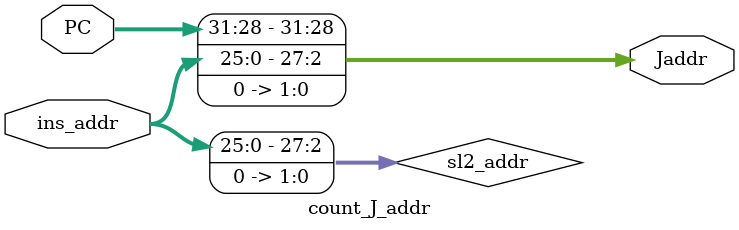
<source format=v>
`timescale 1ns / 1ps


module count_J_addr(
    input [25:0] ins_addr,
    input [31:0] PC,
    output reg [31:0] Jaddr
    );
    wire [27:0] sl2_addr;
    
    assign sl2_addr = ins_addr << 2;
    always @ (PC or sl2_addr)
    begin
        Jaddr = {PC[31:28],sl2_addr[27:0]};
    end
endmodule

</source>
